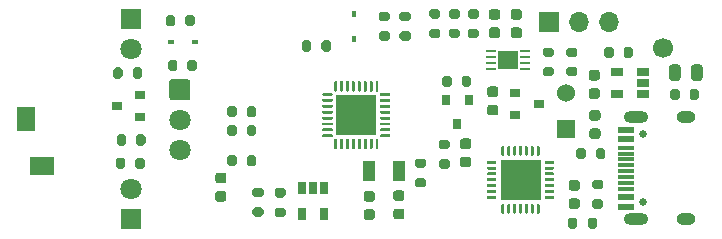
<source format=gbs>
G04 #@! TF.GenerationSoftware,KiCad,Pcbnew,(5.1.10-1-10_14)*
G04 #@! TF.CreationDate,2021-11-14T21:27:09+03:00*
G04 #@! TF.ProjectId,IR_iButton,49525f69-4275-4747-946f-6e2e6b696361,rev?*
G04 #@! TF.SameCoordinates,Original*
G04 #@! TF.FileFunction,Soldermask,Bot*
G04 #@! TF.FilePolarity,Negative*
%FSLAX46Y46*%
G04 Gerber Fmt 4.6, Leading zero omitted, Abs format (unit mm)*
G04 Created by KiCad (PCBNEW (5.1.10-1-10_14)) date 2021-11-14 21:27:09*
%MOMM*%
%LPD*%
G01*
G04 APERTURE LIST*
%ADD10R,0.800000X0.900000*%
%ADD11R,1.000000X1.800000*%
%ADD12R,3.450000X3.450000*%
%ADD13R,3.350000X3.350000*%
%ADD14R,0.900000X0.800000*%
%ADD15R,0.650000X1.060000*%
%ADD16R,1.800000X1.650000*%
%ADD17O,0.850000X0.250000*%
%ADD18R,1.060000X0.650000*%
%ADD19R,0.450000X0.600000*%
%ADD20C,1.524000*%
%ADD21R,1.524000X1.524000*%
%ADD22C,1.700000*%
%ADD23R,1.450000X0.600000*%
%ADD24R,1.450000X0.300000*%
%ADD25O,2.100000X1.000000*%
%ADD26C,0.650000*%
%ADD27O,1.600000X1.000000*%
%ADD28R,0.600000X0.450000*%
%ADD29O,1.700000X1.700000*%
%ADD30R,1.700000X1.700000*%
%ADD31R,1.524000X2.000000*%
%ADD32R,2.000000X1.524000*%
%ADD33C,1.800000*%
%ADD34R,1.800000X1.800000*%
G04 APERTURE END LIST*
D10*
X209500000Y-111450000D03*
X210450000Y-109450000D03*
X208550000Y-109450000D03*
G36*
G01*
X209025000Y-107575000D02*
X209025000Y-108125000D01*
G75*
G02*
X208825000Y-108325000I-200000J0D01*
G01*
X208425000Y-108325000D01*
G75*
G02*
X208225000Y-108125000I0J200000D01*
G01*
X208225000Y-107575000D01*
G75*
G02*
X208425000Y-107375000I200000J0D01*
G01*
X208825000Y-107375000D01*
G75*
G02*
X209025000Y-107575000I0J-200000D01*
G01*
G37*
G36*
G01*
X210675000Y-107575000D02*
X210675000Y-108125000D01*
G75*
G02*
X210475000Y-108325000I-200000J0D01*
G01*
X210075000Y-108325000D01*
G75*
G02*
X209875000Y-108125000I0J200000D01*
G01*
X209875000Y-107575000D01*
G75*
G02*
X210075000Y-107375000I200000J0D01*
G01*
X210475000Y-107375000D01*
G75*
G02*
X210675000Y-107575000I0J-200000D01*
G01*
G37*
G36*
G01*
X189725000Y-116475000D02*
X189225000Y-116475000D01*
G75*
G02*
X189000000Y-116250000I0J225000D01*
G01*
X189000000Y-115800000D01*
G75*
G02*
X189225000Y-115575000I225000J0D01*
G01*
X189725000Y-115575000D01*
G75*
G02*
X189950000Y-115800000I0J-225000D01*
G01*
X189950000Y-116250000D01*
G75*
G02*
X189725000Y-116475000I-225000J0D01*
G01*
G37*
G36*
G01*
X189725000Y-118025000D02*
X189225000Y-118025000D01*
G75*
G02*
X189000000Y-117800000I0J225000D01*
G01*
X189000000Y-117350000D01*
G75*
G02*
X189225000Y-117125000I225000J0D01*
G01*
X189725000Y-117125000D01*
G75*
G02*
X189950000Y-117350000I0J-225000D01*
G01*
X189950000Y-117800000D01*
G75*
G02*
X189725000Y-118025000I-225000J0D01*
G01*
G37*
D11*
X202050000Y-115400000D03*
X204550000Y-115400000D03*
G36*
G01*
X201800000Y-118675000D02*
X202300000Y-118675000D01*
G75*
G02*
X202525000Y-118900000I0J-225000D01*
G01*
X202525000Y-119350000D01*
G75*
G02*
X202300000Y-119575000I-225000J0D01*
G01*
X201800000Y-119575000D01*
G75*
G02*
X201575000Y-119350000I0J225000D01*
G01*
X201575000Y-118900000D01*
G75*
G02*
X201800000Y-118675000I225000J0D01*
G01*
G37*
G36*
G01*
X201800000Y-117125000D02*
X202300000Y-117125000D01*
G75*
G02*
X202525000Y-117350000I0J-225000D01*
G01*
X202525000Y-117800000D01*
G75*
G02*
X202300000Y-118025000I-225000J0D01*
G01*
X201800000Y-118025000D01*
G75*
G02*
X201575000Y-117800000I0J225000D01*
G01*
X201575000Y-117350000D01*
G75*
G02*
X201800000Y-117125000I225000J0D01*
G01*
G37*
G36*
G01*
X204300000Y-118625000D02*
X204800000Y-118625000D01*
G75*
G02*
X205025000Y-118850000I0J-225000D01*
G01*
X205025000Y-119300000D01*
G75*
G02*
X204800000Y-119525000I-225000J0D01*
G01*
X204300000Y-119525000D01*
G75*
G02*
X204075000Y-119300000I0J225000D01*
G01*
X204075000Y-118850000D01*
G75*
G02*
X204300000Y-118625000I225000J0D01*
G01*
G37*
G36*
G01*
X204300000Y-117075000D02*
X204800000Y-117075000D01*
G75*
G02*
X205025000Y-117300000I0J-225000D01*
G01*
X205025000Y-117750000D01*
G75*
G02*
X204800000Y-117975000I-225000J0D01*
G01*
X204300000Y-117975000D01*
G75*
G02*
X204075000Y-117750000I0J225000D01*
G01*
X204075000Y-117300000D01*
G75*
G02*
X204300000Y-117075000I225000J0D01*
G01*
G37*
G36*
G01*
X219650000Y-117100000D02*
X219150000Y-117100000D01*
G75*
G02*
X218925000Y-116875000I0J225000D01*
G01*
X218925000Y-116425000D01*
G75*
G02*
X219150000Y-116200000I225000J0D01*
G01*
X219650000Y-116200000D01*
G75*
G02*
X219875000Y-116425000I0J-225000D01*
G01*
X219875000Y-116875000D01*
G75*
G02*
X219650000Y-117100000I-225000J0D01*
G01*
G37*
G36*
G01*
X219650000Y-118650000D02*
X219150000Y-118650000D01*
G75*
G02*
X218925000Y-118425000I0J225000D01*
G01*
X218925000Y-117975000D01*
G75*
G02*
X219150000Y-117750000I225000J0D01*
G01*
X219650000Y-117750000D01*
G75*
G02*
X219875000Y-117975000I0J-225000D01*
G01*
X219875000Y-118425000D01*
G75*
G02*
X219650000Y-118650000I-225000J0D01*
G01*
G37*
D12*
X200950000Y-110700000D03*
G36*
G01*
X203762500Y-112575000D02*
X203012500Y-112575000D01*
G75*
G02*
X202950000Y-112512500I0J62500D01*
G01*
X202950000Y-112387500D01*
G75*
G02*
X203012500Y-112325000I62500J0D01*
G01*
X203762500Y-112325000D01*
G75*
G02*
X203825000Y-112387500I0J-62500D01*
G01*
X203825000Y-112512500D01*
G75*
G02*
X203762500Y-112575000I-62500J0D01*
G01*
G37*
G36*
G01*
X203762500Y-112075000D02*
X203012500Y-112075000D01*
G75*
G02*
X202950000Y-112012500I0J62500D01*
G01*
X202950000Y-111887500D01*
G75*
G02*
X203012500Y-111825000I62500J0D01*
G01*
X203762500Y-111825000D01*
G75*
G02*
X203825000Y-111887500I0J-62500D01*
G01*
X203825000Y-112012500D01*
G75*
G02*
X203762500Y-112075000I-62500J0D01*
G01*
G37*
G36*
G01*
X203762500Y-111575000D02*
X203012500Y-111575000D01*
G75*
G02*
X202950000Y-111512500I0J62500D01*
G01*
X202950000Y-111387500D01*
G75*
G02*
X203012500Y-111325000I62500J0D01*
G01*
X203762500Y-111325000D01*
G75*
G02*
X203825000Y-111387500I0J-62500D01*
G01*
X203825000Y-111512500D01*
G75*
G02*
X203762500Y-111575000I-62500J0D01*
G01*
G37*
G36*
G01*
X203762500Y-111075000D02*
X203012500Y-111075000D01*
G75*
G02*
X202950000Y-111012500I0J62500D01*
G01*
X202950000Y-110887500D01*
G75*
G02*
X203012500Y-110825000I62500J0D01*
G01*
X203762500Y-110825000D01*
G75*
G02*
X203825000Y-110887500I0J-62500D01*
G01*
X203825000Y-111012500D01*
G75*
G02*
X203762500Y-111075000I-62500J0D01*
G01*
G37*
G36*
G01*
X203762500Y-110575000D02*
X203012500Y-110575000D01*
G75*
G02*
X202950000Y-110512500I0J62500D01*
G01*
X202950000Y-110387500D01*
G75*
G02*
X203012500Y-110325000I62500J0D01*
G01*
X203762500Y-110325000D01*
G75*
G02*
X203825000Y-110387500I0J-62500D01*
G01*
X203825000Y-110512500D01*
G75*
G02*
X203762500Y-110575000I-62500J0D01*
G01*
G37*
G36*
G01*
X203762500Y-110075000D02*
X203012500Y-110075000D01*
G75*
G02*
X202950000Y-110012500I0J62500D01*
G01*
X202950000Y-109887500D01*
G75*
G02*
X203012500Y-109825000I62500J0D01*
G01*
X203762500Y-109825000D01*
G75*
G02*
X203825000Y-109887500I0J-62500D01*
G01*
X203825000Y-110012500D01*
G75*
G02*
X203762500Y-110075000I-62500J0D01*
G01*
G37*
G36*
G01*
X203762500Y-109575000D02*
X203012500Y-109575000D01*
G75*
G02*
X202950000Y-109512500I0J62500D01*
G01*
X202950000Y-109387500D01*
G75*
G02*
X203012500Y-109325000I62500J0D01*
G01*
X203762500Y-109325000D01*
G75*
G02*
X203825000Y-109387500I0J-62500D01*
G01*
X203825000Y-109512500D01*
G75*
G02*
X203762500Y-109575000I-62500J0D01*
G01*
G37*
G36*
G01*
X203762500Y-109075000D02*
X203012500Y-109075000D01*
G75*
G02*
X202950000Y-109012500I0J62500D01*
G01*
X202950000Y-108887500D01*
G75*
G02*
X203012500Y-108825000I62500J0D01*
G01*
X203762500Y-108825000D01*
G75*
G02*
X203825000Y-108887500I0J-62500D01*
G01*
X203825000Y-109012500D01*
G75*
G02*
X203762500Y-109075000I-62500J0D01*
G01*
G37*
G36*
G01*
X202762500Y-108700000D02*
X202637500Y-108700000D01*
G75*
G02*
X202575000Y-108637500I0J62500D01*
G01*
X202575000Y-107887500D01*
G75*
G02*
X202637500Y-107825000I62500J0D01*
G01*
X202762500Y-107825000D01*
G75*
G02*
X202825000Y-107887500I0J-62500D01*
G01*
X202825000Y-108637500D01*
G75*
G02*
X202762500Y-108700000I-62500J0D01*
G01*
G37*
G36*
G01*
X202262500Y-108700000D02*
X202137500Y-108700000D01*
G75*
G02*
X202075000Y-108637500I0J62500D01*
G01*
X202075000Y-107887500D01*
G75*
G02*
X202137500Y-107825000I62500J0D01*
G01*
X202262500Y-107825000D01*
G75*
G02*
X202325000Y-107887500I0J-62500D01*
G01*
X202325000Y-108637500D01*
G75*
G02*
X202262500Y-108700000I-62500J0D01*
G01*
G37*
G36*
G01*
X201762500Y-108700000D02*
X201637500Y-108700000D01*
G75*
G02*
X201575000Y-108637500I0J62500D01*
G01*
X201575000Y-107887500D01*
G75*
G02*
X201637500Y-107825000I62500J0D01*
G01*
X201762500Y-107825000D01*
G75*
G02*
X201825000Y-107887500I0J-62500D01*
G01*
X201825000Y-108637500D01*
G75*
G02*
X201762500Y-108700000I-62500J0D01*
G01*
G37*
G36*
G01*
X201262500Y-108700000D02*
X201137500Y-108700000D01*
G75*
G02*
X201075000Y-108637500I0J62500D01*
G01*
X201075000Y-107887500D01*
G75*
G02*
X201137500Y-107825000I62500J0D01*
G01*
X201262500Y-107825000D01*
G75*
G02*
X201325000Y-107887500I0J-62500D01*
G01*
X201325000Y-108637500D01*
G75*
G02*
X201262500Y-108700000I-62500J0D01*
G01*
G37*
G36*
G01*
X200762500Y-108700000D02*
X200637500Y-108700000D01*
G75*
G02*
X200575000Y-108637500I0J62500D01*
G01*
X200575000Y-107887500D01*
G75*
G02*
X200637500Y-107825000I62500J0D01*
G01*
X200762500Y-107825000D01*
G75*
G02*
X200825000Y-107887500I0J-62500D01*
G01*
X200825000Y-108637500D01*
G75*
G02*
X200762500Y-108700000I-62500J0D01*
G01*
G37*
G36*
G01*
X200262500Y-108700000D02*
X200137500Y-108700000D01*
G75*
G02*
X200075000Y-108637500I0J62500D01*
G01*
X200075000Y-107887500D01*
G75*
G02*
X200137500Y-107825000I62500J0D01*
G01*
X200262500Y-107825000D01*
G75*
G02*
X200325000Y-107887500I0J-62500D01*
G01*
X200325000Y-108637500D01*
G75*
G02*
X200262500Y-108700000I-62500J0D01*
G01*
G37*
G36*
G01*
X199762500Y-108700000D02*
X199637500Y-108700000D01*
G75*
G02*
X199575000Y-108637500I0J62500D01*
G01*
X199575000Y-107887500D01*
G75*
G02*
X199637500Y-107825000I62500J0D01*
G01*
X199762500Y-107825000D01*
G75*
G02*
X199825000Y-107887500I0J-62500D01*
G01*
X199825000Y-108637500D01*
G75*
G02*
X199762500Y-108700000I-62500J0D01*
G01*
G37*
G36*
G01*
X199262500Y-108700000D02*
X199137500Y-108700000D01*
G75*
G02*
X199075000Y-108637500I0J62500D01*
G01*
X199075000Y-107887500D01*
G75*
G02*
X199137500Y-107825000I62500J0D01*
G01*
X199262500Y-107825000D01*
G75*
G02*
X199325000Y-107887500I0J-62500D01*
G01*
X199325000Y-108637500D01*
G75*
G02*
X199262500Y-108700000I-62500J0D01*
G01*
G37*
G36*
G01*
X198887500Y-109075000D02*
X198137500Y-109075000D01*
G75*
G02*
X198075000Y-109012500I0J62500D01*
G01*
X198075000Y-108887500D01*
G75*
G02*
X198137500Y-108825000I62500J0D01*
G01*
X198887500Y-108825000D01*
G75*
G02*
X198950000Y-108887500I0J-62500D01*
G01*
X198950000Y-109012500D01*
G75*
G02*
X198887500Y-109075000I-62500J0D01*
G01*
G37*
G36*
G01*
X198887500Y-109575000D02*
X198137500Y-109575000D01*
G75*
G02*
X198075000Y-109512500I0J62500D01*
G01*
X198075000Y-109387500D01*
G75*
G02*
X198137500Y-109325000I62500J0D01*
G01*
X198887500Y-109325000D01*
G75*
G02*
X198950000Y-109387500I0J-62500D01*
G01*
X198950000Y-109512500D01*
G75*
G02*
X198887500Y-109575000I-62500J0D01*
G01*
G37*
G36*
G01*
X198887500Y-110075000D02*
X198137500Y-110075000D01*
G75*
G02*
X198075000Y-110012500I0J62500D01*
G01*
X198075000Y-109887500D01*
G75*
G02*
X198137500Y-109825000I62500J0D01*
G01*
X198887500Y-109825000D01*
G75*
G02*
X198950000Y-109887500I0J-62500D01*
G01*
X198950000Y-110012500D01*
G75*
G02*
X198887500Y-110075000I-62500J0D01*
G01*
G37*
G36*
G01*
X198887500Y-110575000D02*
X198137500Y-110575000D01*
G75*
G02*
X198075000Y-110512500I0J62500D01*
G01*
X198075000Y-110387500D01*
G75*
G02*
X198137500Y-110325000I62500J0D01*
G01*
X198887500Y-110325000D01*
G75*
G02*
X198950000Y-110387500I0J-62500D01*
G01*
X198950000Y-110512500D01*
G75*
G02*
X198887500Y-110575000I-62500J0D01*
G01*
G37*
G36*
G01*
X198887500Y-111075000D02*
X198137500Y-111075000D01*
G75*
G02*
X198075000Y-111012500I0J62500D01*
G01*
X198075000Y-110887500D01*
G75*
G02*
X198137500Y-110825000I62500J0D01*
G01*
X198887500Y-110825000D01*
G75*
G02*
X198950000Y-110887500I0J-62500D01*
G01*
X198950000Y-111012500D01*
G75*
G02*
X198887500Y-111075000I-62500J0D01*
G01*
G37*
G36*
G01*
X198887500Y-111575000D02*
X198137500Y-111575000D01*
G75*
G02*
X198075000Y-111512500I0J62500D01*
G01*
X198075000Y-111387500D01*
G75*
G02*
X198137500Y-111325000I62500J0D01*
G01*
X198887500Y-111325000D01*
G75*
G02*
X198950000Y-111387500I0J-62500D01*
G01*
X198950000Y-111512500D01*
G75*
G02*
X198887500Y-111575000I-62500J0D01*
G01*
G37*
G36*
G01*
X198887500Y-112075000D02*
X198137500Y-112075000D01*
G75*
G02*
X198075000Y-112012500I0J62500D01*
G01*
X198075000Y-111887500D01*
G75*
G02*
X198137500Y-111825000I62500J0D01*
G01*
X198887500Y-111825000D01*
G75*
G02*
X198950000Y-111887500I0J-62500D01*
G01*
X198950000Y-112012500D01*
G75*
G02*
X198887500Y-112075000I-62500J0D01*
G01*
G37*
G36*
G01*
X198887500Y-112575000D02*
X198137500Y-112575000D01*
G75*
G02*
X198075000Y-112512500I0J62500D01*
G01*
X198075000Y-112387500D01*
G75*
G02*
X198137500Y-112325000I62500J0D01*
G01*
X198887500Y-112325000D01*
G75*
G02*
X198950000Y-112387500I0J-62500D01*
G01*
X198950000Y-112512500D01*
G75*
G02*
X198887500Y-112575000I-62500J0D01*
G01*
G37*
G36*
G01*
X199262500Y-113575000D02*
X199137500Y-113575000D01*
G75*
G02*
X199075000Y-113512500I0J62500D01*
G01*
X199075000Y-112762500D01*
G75*
G02*
X199137500Y-112700000I62500J0D01*
G01*
X199262500Y-112700000D01*
G75*
G02*
X199325000Y-112762500I0J-62500D01*
G01*
X199325000Y-113512500D01*
G75*
G02*
X199262500Y-113575000I-62500J0D01*
G01*
G37*
G36*
G01*
X199762500Y-113575000D02*
X199637500Y-113575000D01*
G75*
G02*
X199575000Y-113512500I0J62500D01*
G01*
X199575000Y-112762500D01*
G75*
G02*
X199637500Y-112700000I62500J0D01*
G01*
X199762500Y-112700000D01*
G75*
G02*
X199825000Y-112762500I0J-62500D01*
G01*
X199825000Y-113512500D01*
G75*
G02*
X199762500Y-113575000I-62500J0D01*
G01*
G37*
G36*
G01*
X200262500Y-113575000D02*
X200137500Y-113575000D01*
G75*
G02*
X200075000Y-113512500I0J62500D01*
G01*
X200075000Y-112762500D01*
G75*
G02*
X200137500Y-112700000I62500J0D01*
G01*
X200262500Y-112700000D01*
G75*
G02*
X200325000Y-112762500I0J-62500D01*
G01*
X200325000Y-113512500D01*
G75*
G02*
X200262500Y-113575000I-62500J0D01*
G01*
G37*
G36*
G01*
X200762500Y-113575000D02*
X200637500Y-113575000D01*
G75*
G02*
X200575000Y-113512500I0J62500D01*
G01*
X200575000Y-112762500D01*
G75*
G02*
X200637500Y-112700000I62500J0D01*
G01*
X200762500Y-112700000D01*
G75*
G02*
X200825000Y-112762500I0J-62500D01*
G01*
X200825000Y-113512500D01*
G75*
G02*
X200762500Y-113575000I-62500J0D01*
G01*
G37*
G36*
G01*
X201262500Y-113575000D02*
X201137500Y-113575000D01*
G75*
G02*
X201075000Y-113512500I0J62500D01*
G01*
X201075000Y-112762500D01*
G75*
G02*
X201137500Y-112700000I62500J0D01*
G01*
X201262500Y-112700000D01*
G75*
G02*
X201325000Y-112762500I0J-62500D01*
G01*
X201325000Y-113512500D01*
G75*
G02*
X201262500Y-113575000I-62500J0D01*
G01*
G37*
G36*
G01*
X201762500Y-113575000D02*
X201637500Y-113575000D01*
G75*
G02*
X201575000Y-113512500I0J62500D01*
G01*
X201575000Y-112762500D01*
G75*
G02*
X201637500Y-112700000I62500J0D01*
G01*
X201762500Y-112700000D01*
G75*
G02*
X201825000Y-112762500I0J-62500D01*
G01*
X201825000Y-113512500D01*
G75*
G02*
X201762500Y-113575000I-62500J0D01*
G01*
G37*
G36*
G01*
X202262500Y-113575000D02*
X202137500Y-113575000D01*
G75*
G02*
X202075000Y-113512500I0J62500D01*
G01*
X202075000Y-112762500D01*
G75*
G02*
X202137500Y-112700000I62500J0D01*
G01*
X202262500Y-112700000D01*
G75*
G02*
X202325000Y-112762500I0J-62500D01*
G01*
X202325000Y-113512500D01*
G75*
G02*
X202262500Y-113575000I-62500J0D01*
G01*
G37*
G36*
G01*
X202762500Y-113575000D02*
X202637500Y-113575000D01*
G75*
G02*
X202575000Y-113512500I0J62500D01*
G01*
X202575000Y-112762500D01*
G75*
G02*
X202637500Y-112700000I62500J0D01*
G01*
X202762500Y-112700000D01*
G75*
G02*
X202825000Y-112762500I0J-62500D01*
G01*
X202825000Y-113512500D01*
G75*
G02*
X202762500Y-113575000I-62500J0D01*
G01*
G37*
D13*
X214850000Y-116180000D03*
G36*
G01*
X216475000Y-113392500D02*
X216475000Y-114067500D01*
G75*
G02*
X216412500Y-114130000I-62500J0D01*
G01*
X216287500Y-114130000D01*
G75*
G02*
X216225000Y-114067500I0J62500D01*
G01*
X216225000Y-113392500D01*
G75*
G02*
X216287500Y-113330000I62500J0D01*
G01*
X216412500Y-113330000D01*
G75*
G02*
X216475000Y-113392500I0J-62500D01*
G01*
G37*
G36*
G01*
X215975000Y-113392500D02*
X215975000Y-114067500D01*
G75*
G02*
X215912500Y-114130000I-62500J0D01*
G01*
X215787500Y-114130000D01*
G75*
G02*
X215725000Y-114067500I0J62500D01*
G01*
X215725000Y-113392500D01*
G75*
G02*
X215787500Y-113330000I62500J0D01*
G01*
X215912500Y-113330000D01*
G75*
G02*
X215975000Y-113392500I0J-62500D01*
G01*
G37*
G36*
G01*
X215475000Y-113392500D02*
X215475000Y-114067500D01*
G75*
G02*
X215412500Y-114130000I-62500J0D01*
G01*
X215287500Y-114130000D01*
G75*
G02*
X215225000Y-114067500I0J62500D01*
G01*
X215225000Y-113392500D01*
G75*
G02*
X215287500Y-113330000I62500J0D01*
G01*
X215412500Y-113330000D01*
G75*
G02*
X215475000Y-113392500I0J-62500D01*
G01*
G37*
G36*
G01*
X214975000Y-113392500D02*
X214975000Y-114067500D01*
G75*
G02*
X214912500Y-114130000I-62500J0D01*
G01*
X214787500Y-114130000D01*
G75*
G02*
X214725000Y-114067500I0J62500D01*
G01*
X214725000Y-113392500D01*
G75*
G02*
X214787500Y-113330000I62500J0D01*
G01*
X214912500Y-113330000D01*
G75*
G02*
X214975000Y-113392500I0J-62500D01*
G01*
G37*
G36*
G01*
X214475000Y-113392500D02*
X214475000Y-114067500D01*
G75*
G02*
X214412500Y-114130000I-62500J0D01*
G01*
X214287500Y-114130000D01*
G75*
G02*
X214225000Y-114067500I0J62500D01*
G01*
X214225000Y-113392500D01*
G75*
G02*
X214287500Y-113330000I62500J0D01*
G01*
X214412500Y-113330000D01*
G75*
G02*
X214475000Y-113392500I0J-62500D01*
G01*
G37*
G36*
G01*
X213975000Y-113392500D02*
X213975000Y-114067500D01*
G75*
G02*
X213912500Y-114130000I-62500J0D01*
G01*
X213787500Y-114130000D01*
G75*
G02*
X213725000Y-114067500I0J62500D01*
G01*
X213725000Y-113392500D01*
G75*
G02*
X213787500Y-113330000I62500J0D01*
G01*
X213912500Y-113330000D01*
G75*
G02*
X213975000Y-113392500I0J-62500D01*
G01*
G37*
G36*
G01*
X213475000Y-113392500D02*
X213475000Y-114067500D01*
G75*
G02*
X213412500Y-114130000I-62500J0D01*
G01*
X213287500Y-114130000D01*
G75*
G02*
X213225000Y-114067500I0J62500D01*
G01*
X213225000Y-113392500D01*
G75*
G02*
X213287500Y-113330000I62500J0D01*
G01*
X213412500Y-113330000D01*
G75*
G02*
X213475000Y-113392500I0J-62500D01*
G01*
G37*
G36*
G01*
X212800000Y-114617500D02*
X212800000Y-114742500D01*
G75*
G02*
X212737500Y-114805000I-62500J0D01*
G01*
X212062500Y-114805000D01*
G75*
G02*
X212000000Y-114742500I0J62500D01*
G01*
X212000000Y-114617500D01*
G75*
G02*
X212062500Y-114555000I62500J0D01*
G01*
X212737500Y-114555000D01*
G75*
G02*
X212800000Y-114617500I0J-62500D01*
G01*
G37*
G36*
G01*
X212800000Y-115117500D02*
X212800000Y-115242500D01*
G75*
G02*
X212737500Y-115305000I-62500J0D01*
G01*
X212062500Y-115305000D01*
G75*
G02*
X212000000Y-115242500I0J62500D01*
G01*
X212000000Y-115117500D01*
G75*
G02*
X212062500Y-115055000I62500J0D01*
G01*
X212737500Y-115055000D01*
G75*
G02*
X212800000Y-115117500I0J-62500D01*
G01*
G37*
G36*
G01*
X212800000Y-115617500D02*
X212800000Y-115742500D01*
G75*
G02*
X212737500Y-115805000I-62500J0D01*
G01*
X212062500Y-115805000D01*
G75*
G02*
X212000000Y-115742500I0J62500D01*
G01*
X212000000Y-115617500D01*
G75*
G02*
X212062500Y-115555000I62500J0D01*
G01*
X212737500Y-115555000D01*
G75*
G02*
X212800000Y-115617500I0J-62500D01*
G01*
G37*
G36*
G01*
X212800000Y-116117500D02*
X212800000Y-116242500D01*
G75*
G02*
X212737500Y-116305000I-62500J0D01*
G01*
X212062500Y-116305000D01*
G75*
G02*
X212000000Y-116242500I0J62500D01*
G01*
X212000000Y-116117500D01*
G75*
G02*
X212062500Y-116055000I62500J0D01*
G01*
X212737500Y-116055000D01*
G75*
G02*
X212800000Y-116117500I0J-62500D01*
G01*
G37*
G36*
G01*
X212800000Y-116617500D02*
X212800000Y-116742500D01*
G75*
G02*
X212737500Y-116805000I-62500J0D01*
G01*
X212062500Y-116805000D01*
G75*
G02*
X212000000Y-116742500I0J62500D01*
G01*
X212000000Y-116617500D01*
G75*
G02*
X212062500Y-116555000I62500J0D01*
G01*
X212737500Y-116555000D01*
G75*
G02*
X212800000Y-116617500I0J-62500D01*
G01*
G37*
G36*
G01*
X212800000Y-117117500D02*
X212800000Y-117242500D01*
G75*
G02*
X212737500Y-117305000I-62500J0D01*
G01*
X212062500Y-117305000D01*
G75*
G02*
X212000000Y-117242500I0J62500D01*
G01*
X212000000Y-117117500D01*
G75*
G02*
X212062500Y-117055000I62500J0D01*
G01*
X212737500Y-117055000D01*
G75*
G02*
X212800000Y-117117500I0J-62500D01*
G01*
G37*
G36*
G01*
X212800000Y-117617500D02*
X212800000Y-117742500D01*
G75*
G02*
X212737500Y-117805000I-62500J0D01*
G01*
X212062500Y-117805000D01*
G75*
G02*
X212000000Y-117742500I0J62500D01*
G01*
X212000000Y-117617500D01*
G75*
G02*
X212062500Y-117555000I62500J0D01*
G01*
X212737500Y-117555000D01*
G75*
G02*
X212800000Y-117617500I0J-62500D01*
G01*
G37*
G36*
G01*
X213475000Y-118292500D02*
X213475000Y-118967500D01*
G75*
G02*
X213412500Y-119030000I-62500J0D01*
G01*
X213287500Y-119030000D01*
G75*
G02*
X213225000Y-118967500I0J62500D01*
G01*
X213225000Y-118292500D01*
G75*
G02*
X213287500Y-118230000I62500J0D01*
G01*
X213412500Y-118230000D01*
G75*
G02*
X213475000Y-118292500I0J-62500D01*
G01*
G37*
G36*
G01*
X213975000Y-118292500D02*
X213975000Y-118967500D01*
G75*
G02*
X213912500Y-119030000I-62500J0D01*
G01*
X213787500Y-119030000D01*
G75*
G02*
X213725000Y-118967500I0J62500D01*
G01*
X213725000Y-118292500D01*
G75*
G02*
X213787500Y-118230000I62500J0D01*
G01*
X213912500Y-118230000D01*
G75*
G02*
X213975000Y-118292500I0J-62500D01*
G01*
G37*
G36*
G01*
X214475000Y-118292500D02*
X214475000Y-118967500D01*
G75*
G02*
X214412500Y-119030000I-62500J0D01*
G01*
X214287500Y-119030000D01*
G75*
G02*
X214225000Y-118967500I0J62500D01*
G01*
X214225000Y-118292500D01*
G75*
G02*
X214287500Y-118230000I62500J0D01*
G01*
X214412500Y-118230000D01*
G75*
G02*
X214475000Y-118292500I0J-62500D01*
G01*
G37*
G36*
G01*
X214975000Y-118292500D02*
X214975000Y-118967500D01*
G75*
G02*
X214912500Y-119030000I-62500J0D01*
G01*
X214787500Y-119030000D01*
G75*
G02*
X214725000Y-118967500I0J62500D01*
G01*
X214725000Y-118292500D01*
G75*
G02*
X214787500Y-118230000I62500J0D01*
G01*
X214912500Y-118230000D01*
G75*
G02*
X214975000Y-118292500I0J-62500D01*
G01*
G37*
G36*
G01*
X215475000Y-118292500D02*
X215475000Y-118967500D01*
G75*
G02*
X215412500Y-119030000I-62500J0D01*
G01*
X215287500Y-119030000D01*
G75*
G02*
X215225000Y-118967500I0J62500D01*
G01*
X215225000Y-118292500D01*
G75*
G02*
X215287500Y-118230000I62500J0D01*
G01*
X215412500Y-118230000D01*
G75*
G02*
X215475000Y-118292500I0J-62500D01*
G01*
G37*
G36*
G01*
X215975000Y-118292500D02*
X215975000Y-118967500D01*
G75*
G02*
X215912500Y-119030000I-62500J0D01*
G01*
X215787500Y-119030000D01*
G75*
G02*
X215725000Y-118967500I0J62500D01*
G01*
X215725000Y-118292500D01*
G75*
G02*
X215787500Y-118230000I62500J0D01*
G01*
X215912500Y-118230000D01*
G75*
G02*
X215975000Y-118292500I0J-62500D01*
G01*
G37*
G36*
G01*
X216475000Y-118292500D02*
X216475000Y-118967500D01*
G75*
G02*
X216412500Y-119030000I-62500J0D01*
G01*
X216287500Y-119030000D01*
G75*
G02*
X216225000Y-118967500I0J62500D01*
G01*
X216225000Y-118292500D01*
G75*
G02*
X216287500Y-118230000I62500J0D01*
G01*
X216412500Y-118230000D01*
G75*
G02*
X216475000Y-118292500I0J-62500D01*
G01*
G37*
G36*
G01*
X217700000Y-117617500D02*
X217700000Y-117742500D01*
G75*
G02*
X217637500Y-117805000I-62500J0D01*
G01*
X216962500Y-117805000D01*
G75*
G02*
X216900000Y-117742500I0J62500D01*
G01*
X216900000Y-117617500D01*
G75*
G02*
X216962500Y-117555000I62500J0D01*
G01*
X217637500Y-117555000D01*
G75*
G02*
X217700000Y-117617500I0J-62500D01*
G01*
G37*
G36*
G01*
X217700000Y-117117500D02*
X217700000Y-117242500D01*
G75*
G02*
X217637500Y-117305000I-62500J0D01*
G01*
X216962500Y-117305000D01*
G75*
G02*
X216900000Y-117242500I0J62500D01*
G01*
X216900000Y-117117500D01*
G75*
G02*
X216962500Y-117055000I62500J0D01*
G01*
X217637500Y-117055000D01*
G75*
G02*
X217700000Y-117117500I0J-62500D01*
G01*
G37*
G36*
G01*
X217700000Y-116617500D02*
X217700000Y-116742500D01*
G75*
G02*
X217637500Y-116805000I-62500J0D01*
G01*
X216962500Y-116805000D01*
G75*
G02*
X216900000Y-116742500I0J62500D01*
G01*
X216900000Y-116617500D01*
G75*
G02*
X216962500Y-116555000I62500J0D01*
G01*
X217637500Y-116555000D01*
G75*
G02*
X217700000Y-116617500I0J-62500D01*
G01*
G37*
G36*
G01*
X217700000Y-116117500D02*
X217700000Y-116242500D01*
G75*
G02*
X217637500Y-116305000I-62500J0D01*
G01*
X216962500Y-116305000D01*
G75*
G02*
X216900000Y-116242500I0J62500D01*
G01*
X216900000Y-116117500D01*
G75*
G02*
X216962500Y-116055000I62500J0D01*
G01*
X217637500Y-116055000D01*
G75*
G02*
X217700000Y-116117500I0J-62500D01*
G01*
G37*
G36*
G01*
X217700000Y-115617500D02*
X217700000Y-115742500D01*
G75*
G02*
X217637500Y-115805000I-62500J0D01*
G01*
X216962500Y-115805000D01*
G75*
G02*
X216900000Y-115742500I0J62500D01*
G01*
X216900000Y-115617500D01*
G75*
G02*
X216962500Y-115555000I62500J0D01*
G01*
X217637500Y-115555000D01*
G75*
G02*
X217700000Y-115617500I0J-62500D01*
G01*
G37*
G36*
G01*
X217700000Y-115117500D02*
X217700000Y-115242500D01*
G75*
G02*
X217637500Y-115305000I-62500J0D01*
G01*
X216962500Y-115305000D01*
G75*
G02*
X216900000Y-115242500I0J62500D01*
G01*
X216900000Y-115117500D01*
G75*
G02*
X216962500Y-115055000I62500J0D01*
G01*
X217637500Y-115055000D01*
G75*
G02*
X217700000Y-115117500I0J-62500D01*
G01*
G37*
G36*
G01*
X217700000Y-114617500D02*
X217700000Y-114742500D01*
G75*
G02*
X217637500Y-114805000I-62500J0D01*
G01*
X216962500Y-114805000D01*
G75*
G02*
X216900000Y-114742500I0J62500D01*
G01*
X216900000Y-114617500D01*
G75*
G02*
X216962500Y-114555000I62500J0D01*
G01*
X217637500Y-114555000D01*
G75*
G02*
X217700000Y-114617500I0J-62500D01*
G01*
G37*
D14*
X216400000Y-109750000D03*
X214400000Y-108800000D03*
X214400000Y-110700000D03*
D15*
X196325000Y-119075000D03*
X198225000Y-119075000D03*
X198225000Y-116875000D03*
X197275000Y-116875000D03*
X196325000Y-116875000D03*
D16*
X213800000Y-106050000D03*
D17*
X212350000Y-106800000D03*
X212350000Y-106300000D03*
X212350000Y-105800000D03*
X212350000Y-105300000D03*
X215250000Y-106800000D03*
X215250000Y-106300000D03*
X215250000Y-105800000D03*
X215250000Y-105300000D03*
D18*
X223050000Y-107050000D03*
X223050000Y-108950000D03*
X225250000Y-108950000D03*
X225250000Y-108000000D03*
X225250000Y-107050000D03*
G36*
G01*
X203050000Y-103600000D02*
X203600000Y-103600000D01*
G75*
G02*
X203800000Y-103800000I0J-200000D01*
G01*
X203800000Y-104200000D01*
G75*
G02*
X203600000Y-104400000I-200000J0D01*
G01*
X203050000Y-104400000D01*
G75*
G02*
X202850000Y-104200000I0J200000D01*
G01*
X202850000Y-103800000D01*
G75*
G02*
X203050000Y-103600000I200000J0D01*
G01*
G37*
G36*
G01*
X203050000Y-101950000D02*
X203600000Y-101950000D01*
G75*
G02*
X203800000Y-102150000I0J-200000D01*
G01*
X203800000Y-102550000D01*
G75*
G02*
X203600000Y-102750000I-200000J0D01*
G01*
X203050000Y-102750000D01*
G75*
G02*
X202850000Y-102550000I0J200000D01*
G01*
X202850000Y-102150000D01*
G75*
G02*
X203050000Y-101950000I200000J0D01*
G01*
G37*
G36*
G01*
X191675000Y-114825000D02*
X191675000Y-114275000D01*
G75*
G02*
X191875000Y-114075000I200000J0D01*
G01*
X192275000Y-114075000D01*
G75*
G02*
X192475000Y-114275000I0J-200000D01*
G01*
X192475000Y-114825000D01*
G75*
G02*
X192275000Y-115025000I-200000J0D01*
G01*
X191875000Y-115025000D01*
G75*
G02*
X191675000Y-114825000I0J200000D01*
G01*
G37*
G36*
G01*
X190025000Y-114825000D02*
X190025000Y-114275000D01*
G75*
G02*
X190225000Y-114075000I200000J0D01*
G01*
X190625000Y-114075000D01*
G75*
G02*
X190825000Y-114275000I0J-200000D01*
G01*
X190825000Y-114825000D01*
G75*
G02*
X190625000Y-115025000I-200000J0D01*
G01*
X190225000Y-115025000D01*
G75*
G02*
X190025000Y-114825000I0J200000D01*
G01*
G37*
G36*
G01*
X191675000Y-110675000D02*
X191675000Y-110125000D01*
G75*
G02*
X191875000Y-109925000I200000J0D01*
G01*
X192275000Y-109925000D01*
G75*
G02*
X192475000Y-110125000I0J-200000D01*
G01*
X192475000Y-110675000D01*
G75*
G02*
X192275000Y-110875000I-200000J0D01*
G01*
X191875000Y-110875000D01*
G75*
G02*
X191675000Y-110675000I0J200000D01*
G01*
G37*
G36*
G01*
X190025000Y-110675000D02*
X190025000Y-110125000D01*
G75*
G02*
X190225000Y-109925000I200000J0D01*
G01*
X190625000Y-109925000D01*
G75*
G02*
X190825000Y-110125000I0J-200000D01*
G01*
X190825000Y-110675000D01*
G75*
G02*
X190625000Y-110875000I-200000J0D01*
G01*
X190225000Y-110875000D01*
G75*
G02*
X190025000Y-110675000I0J200000D01*
G01*
G37*
G36*
G01*
X191675000Y-112275000D02*
X191675000Y-111725000D01*
G75*
G02*
X191875000Y-111525000I200000J0D01*
G01*
X192275000Y-111525000D01*
G75*
G02*
X192475000Y-111725000I0J-200000D01*
G01*
X192475000Y-112275000D01*
G75*
G02*
X192275000Y-112475000I-200000J0D01*
G01*
X191875000Y-112475000D01*
G75*
G02*
X191675000Y-112275000I0J200000D01*
G01*
G37*
G36*
G01*
X190025000Y-112275000D02*
X190025000Y-111725000D01*
G75*
G02*
X190225000Y-111525000I200000J0D01*
G01*
X190625000Y-111525000D01*
G75*
G02*
X190825000Y-111725000I0J-200000D01*
G01*
X190825000Y-112275000D01*
G75*
G02*
X190625000Y-112475000I-200000J0D01*
G01*
X190225000Y-112475000D01*
G75*
G02*
X190025000Y-112275000I0J200000D01*
G01*
G37*
G36*
G01*
X205350000Y-102750000D02*
X204800000Y-102750000D01*
G75*
G02*
X204600000Y-102550000I0J200000D01*
G01*
X204600000Y-102150000D01*
G75*
G02*
X204800000Y-101950000I200000J0D01*
G01*
X205350000Y-101950000D01*
G75*
G02*
X205550000Y-102150000I0J-200000D01*
G01*
X205550000Y-102550000D01*
G75*
G02*
X205350000Y-102750000I-200000J0D01*
G01*
G37*
G36*
G01*
X205350000Y-104400000D02*
X204800000Y-104400000D01*
G75*
G02*
X204600000Y-104200000I0J200000D01*
G01*
X204600000Y-103800000D01*
G75*
G02*
X204800000Y-103600000I200000J0D01*
G01*
X205350000Y-103600000D01*
G75*
G02*
X205550000Y-103800000I0J-200000D01*
G01*
X205550000Y-104200000D01*
G75*
G02*
X205350000Y-104400000I-200000J0D01*
G01*
G37*
G36*
G01*
X219675000Y-119575000D02*
X219675000Y-120125000D01*
G75*
G02*
X219475000Y-120325000I-200000J0D01*
G01*
X219075000Y-120325000D01*
G75*
G02*
X218875000Y-120125000I0J200000D01*
G01*
X218875000Y-119575000D01*
G75*
G02*
X219075000Y-119375000I200000J0D01*
G01*
X219475000Y-119375000D01*
G75*
G02*
X219675000Y-119575000I0J-200000D01*
G01*
G37*
G36*
G01*
X221325000Y-119575000D02*
X221325000Y-120125000D01*
G75*
G02*
X221125000Y-120325000I-200000J0D01*
G01*
X220725000Y-120325000D01*
G75*
G02*
X220525000Y-120125000I0J200000D01*
G01*
X220525000Y-119575000D01*
G75*
G02*
X220725000Y-119375000I200000J0D01*
G01*
X221125000Y-119375000D01*
G75*
G02*
X221325000Y-119575000I0J-200000D01*
G01*
G37*
G36*
G01*
X208975000Y-103375000D02*
X209525000Y-103375000D01*
G75*
G02*
X209725000Y-103575000I0J-200000D01*
G01*
X209725000Y-103975000D01*
G75*
G02*
X209525000Y-104175000I-200000J0D01*
G01*
X208975000Y-104175000D01*
G75*
G02*
X208775000Y-103975000I0J200000D01*
G01*
X208775000Y-103575000D01*
G75*
G02*
X208975000Y-103375000I200000J0D01*
G01*
G37*
G36*
G01*
X208975000Y-101725000D02*
X209525000Y-101725000D01*
G75*
G02*
X209725000Y-101925000I0J-200000D01*
G01*
X209725000Y-102325000D01*
G75*
G02*
X209525000Y-102525000I-200000J0D01*
G01*
X208975000Y-102525000D01*
G75*
G02*
X208775000Y-102325000I0J200000D01*
G01*
X208775000Y-101925000D01*
G75*
G02*
X208975000Y-101725000I200000J0D01*
G01*
G37*
G36*
G01*
X210575000Y-103375000D02*
X211125000Y-103375000D01*
G75*
G02*
X211325000Y-103575000I0J-200000D01*
G01*
X211325000Y-103975000D01*
G75*
G02*
X211125000Y-104175000I-200000J0D01*
G01*
X210575000Y-104175000D01*
G75*
G02*
X210375000Y-103975000I0J200000D01*
G01*
X210375000Y-103575000D01*
G75*
G02*
X210575000Y-103375000I200000J0D01*
G01*
G37*
G36*
G01*
X210575000Y-101725000D02*
X211125000Y-101725000D01*
G75*
G02*
X211325000Y-101925000I0J-200000D01*
G01*
X211325000Y-102325000D01*
G75*
G02*
X211125000Y-102525000I-200000J0D01*
G01*
X210575000Y-102525000D01*
G75*
G02*
X210375000Y-102325000I0J200000D01*
G01*
X210375000Y-101925000D01*
G75*
G02*
X210575000Y-101725000I200000J0D01*
G01*
G37*
G36*
G01*
X207325000Y-103375000D02*
X207875000Y-103375000D01*
G75*
G02*
X208075000Y-103575000I0J-200000D01*
G01*
X208075000Y-103975000D01*
G75*
G02*
X207875000Y-104175000I-200000J0D01*
G01*
X207325000Y-104175000D01*
G75*
G02*
X207125000Y-103975000I0J200000D01*
G01*
X207125000Y-103575000D01*
G75*
G02*
X207325000Y-103375000I200000J0D01*
G01*
G37*
G36*
G01*
X207325000Y-101725000D02*
X207875000Y-101725000D01*
G75*
G02*
X208075000Y-101925000I0J-200000D01*
G01*
X208075000Y-102325000D01*
G75*
G02*
X207875000Y-102525000I-200000J0D01*
G01*
X207325000Y-102525000D01*
G75*
G02*
X207125000Y-102325000I0J200000D01*
G01*
X207125000Y-101925000D01*
G75*
G02*
X207325000Y-101725000I200000J0D01*
G01*
G37*
G36*
G01*
X219475000Y-105775000D02*
X218925000Y-105775000D01*
G75*
G02*
X218725000Y-105575000I0J200000D01*
G01*
X218725000Y-105175000D01*
G75*
G02*
X218925000Y-104975000I200000J0D01*
G01*
X219475000Y-104975000D01*
G75*
G02*
X219675000Y-105175000I0J-200000D01*
G01*
X219675000Y-105575000D01*
G75*
G02*
X219475000Y-105775000I-200000J0D01*
G01*
G37*
G36*
G01*
X219475000Y-107425000D02*
X218925000Y-107425000D01*
G75*
G02*
X218725000Y-107225000I0J200000D01*
G01*
X218725000Y-106825000D01*
G75*
G02*
X218925000Y-106625000I200000J0D01*
G01*
X219475000Y-106625000D01*
G75*
G02*
X219675000Y-106825000I0J-200000D01*
G01*
X219675000Y-107225000D01*
G75*
G02*
X219475000Y-107425000I-200000J0D01*
G01*
G37*
G36*
G01*
X194225000Y-118525000D02*
X194775000Y-118525000D01*
G75*
G02*
X194975000Y-118725000I0J-200000D01*
G01*
X194975000Y-119125000D01*
G75*
G02*
X194775000Y-119325000I-200000J0D01*
G01*
X194225000Y-119325000D01*
G75*
G02*
X194025000Y-119125000I0J200000D01*
G01*
X194025000Y-118725000D01*
G75*
G02*
X194225000Y-118525000I200000J0D01*
G01*
G37*
G36*
G01*
X194225000Y-116875000D02*
X194775000Y-116875000D01*
G75*
G02*
X194975000Y-117075000I0J-200000D01*
G01*
X194975000Y-117475000D01*
G75*
G02*
X194775000Y-117675000I-200000J0D01*
G01*
X194225000Y-117675000D01*
G75*
G02*
X194025000Y-117475000I0J200000D01*
G01*
X194025000Y-117075000D01*
G75*
G02*
X194225000Y-116875000I200000J0D01*
G01*
G37*
G36*
G01*
X192350000Y-118500000D02*
X192900000Y-118500000D01*
G75*
G02*
X193100000Y-118700000I0J-200000D01*
G01*
X193100000Y-119100000D01*
G75*
G02*
X192900000Y-119300000I-200000J0D01*
G01*
X192350000Y-119300000D01*
G75*
G02*
X192150000Y-119100000I0J200000D01*
G01*
X192150000Y-118700000D01*
G75*
G02*
X192350000Y-118500000I200000J0D01*
G01*
G37*
G36*
G01*
X192350000Y-116850000D02*
X192900000Y-116850000D01*
G75*
G02*
X193100000Y-117050000I0J-200000D01*
G01*
X193100000Y-117450000D01*
G75*
G02*
X192900000Y-117650000I-200000J0D01*
G01*
X192350000Y-117650000D01*
G75*
G02*
X192150000Y-117450000I0J200000D01*
G01*
X192150000Y-117050000D01*
G75*
G02*
X192350000Y-116850000I200000J0D01*
G01*
G37*
G36*
G01*
X229175000Y-109225000D02*
X229175000Y-108675000D01*
G75*
G02*
X229375000Y-108475000I200000J0D01*
G01*
X229775000Y-108475000D01*
G75*
G02*
X229975000Y-108675000I0J-200000D01*
G01*
X229975000Y-109225000D01*
G75*
G02*
X229775000Y-109425000I-200000J0D01*
G01*
X229375000Y-109425000D01*
G75*
G02*
X229175000Y-109225000I0J200000D01*
G01*
G37*
G36*
G01*
X227525000Y-109225000D02*
X227525000Y-108675000D01*
G75*
G02*
X227725000Y-108475000I200000J0D01*
G01*
X228125000Y-108475000D01*
G75*
G02*
X228325000Y-108675000I0J-200000D01*
G01*
X228325000Y-109225000D01*
G75*
G02*
X228125000Y-109425000I-200000J0D01*
G01*
X227725000Y-109425000D01*
G75*
G02*
X227525000Y-109225000I0J200000D01*
G01*
G37*
G36*
G01*
X217475000Y-105775000D02*
X216925000Y-105775000D01*
G75*
G02*
X216725000Y-105575000I0J200000D01*
G01*
X216725000Y-105175000D01*
G75*
G02*
X216925000Y-104975000I200000J0D01*
G01*
X217475000Y-104975000D01*
G75*
G02*
X217675000Y-105175000I0J-200000D01*
G01*
X217675000Y-105575000D01*
G75*
G02*
X217475000Y-105775000I-200000J0D01*
G01*
G37*
G36*
G01*
X217475000Y-107425000D02*
X216925000Y-107425000D01*
G75*
G02*
X216725000Y-107225000I0J200000D01*
G01*
X216725000Y-106825000D01*
G75*
G02*
X216925000Y-106625000I200000J0D01*
G01*
X217475000Y-106625000D01*
G75*
G02*
X217675000Y-106825000I0J-200000D01*
G01*
X217675000Y-107225000D01*
G75*
G02*
X217475000Y-107425000I-200000J0D01*
G01*
G37*
G36*
G01*
X223575000Y-105675000D02*
X223575000Y-105125000D01*
G75*
G02*
X223775000Y-104925000I200000J0D01*
G01*
X224175000Y-104925000D01*
G75*
G02*
X224375000Y-105125000I0J-200000D01*
G01*
X224375000Y-105675000D01*
G75*
G02*
X224175000Y-105875000I-200000J0D01*
G01*
X223775000Y-105875000D01*
G75*
G02*
X223575000Y-105675000I0J200000D01*
G01*
G37*
G36*
G01*
X221925000Y-105675000D02*
X221925000Y-105125000D01*
G75*
G02*
X222125000Y-104925000I200000J0D01*
G01*
X222525000Y-104925000D01*
G75*
G02*
X222725000Y-105125000I0J-200000D01*
G01*
X222725000Y-105675000D01*
G75*
G02*
X222525000Y-105875000I-200000J0D01*
G01*
X222125000Y-105875000D01*
G75*
G02*
X221925000Y-105675000I0J200000D01*
G01*
G37*
G36*
G01*
X221675000Y-116975000D02*
X221125000Y-116975000D01*
G75*
G02*
X220925000Y-116775000I0J200000D01*
G01*
X220925000Y-116375000D01*
G75*
G02*
X221125000Y-116175000I200000J0D01*
G01*
X221675000Y-116175000D01*
G75*
G02*
X221875000Y-116375000I0J-200000D01*
G01*
X221875000Y-116775000D01*
G75*
G02*
X221675000Y-116975000I-200000J0D01*
G01*
G37*
G36*
G01*
X221675000Y-118625000D02*
X221125000Y-118625000D01*
G75*
G02*
X220925000Y-118425000I0J200000D01*
G01*
X220925000Y-118025000D01*
G75*
G02*
X221125000Y-117825000I200000J0D01*
G01*
X221675000Y-117825000D01*
G75*
G02*
X221875000Y-118025000I0J-200000D01*
G01*
X221875000Y-118425000D01*
G75*
G02*
X221675000Y-118625000I-200000J0D01*
G01*
G37*
G36*
G01*
X220375000Y-113675000D02*
X220375000Y-114225000D01*
G75*
G02*
X220175000Y-114425000I-200000J0D01*
G01*
X219775000Y-114425000D01*
G75*
G02*
X219575000Y-114225000I0J200000D01*
G01*
X219575000Y-113675000D01*
G75*
G02*
X219775000Y-113475000I200000J0D01*
G01*
X220175000Y-113475000D01*
G75*
G02*
X220375000Y-113675000I0J-200000D01*
G01*
G37*
G36*
G01*
X222025000Y-113675000D02*
X222025000Y-114225000D01*
G75*
G02*
X221825000Y-114425000I-200000J0D01*
G01*
X221425000Y-114425000D01*
G75*
G02*
X221225000Y-114225000I0J200000D01*
G01*
X221225000Y-113675000D01*
G75*
G02*
X221425000Y-113475000I200000J0D01*
G01*
X221825000Y-113475000D01*
G75*
G02*
X222025000Y-113675000I0J-200000D01*
G01*
G37*
G36*
G01*
X206675000Y-115175000D02*
X206125000Y-115175000D01*
G75*
G02*
X205925000Y-114975000I0J200000D01*
G01*
X205925000Y-114575000D01*
G75*
G02*
X206125000Y-114375000I200000J0D01*
G01*
X206675000Y-114375000D01*
G75*
G02*
X206875000Y-114575000I0J-200000D01*
G01*
X206875000Y-114975000D01*
G75*
G02*
X206675000Y-115175000I-200000J0D01*
G01*
G37*
G36*
G01*
X206675000Y-116825000D02*
X206125000Y-116825000D01*
G75*
G02*
X205925000Y-116625000I0J200000D01*
G01*
X205925000Y-116225000D01*
G75*
G02*
X206125000Y-116025000I200000J0D01*
G01*
X206675000Y-116025000D01*
G75*
G02*
X206875000Y-116225000I0J-200000D01*
G01*
X206875000Y-116625000D01*
G75*
G02*
X206675000Y-116825000I-200000J0D01*
G01*
G37*
G36*
G01*
X197150000Y-104575000D02*
X197150000Y-105125000D01*
G75*
G02*
X196950000Y-105325000I-200000J0D01*
G01*
X196550000Y-105325000D01*
G75*
G02*
X196350000Y-105125000I0J200000D01*
G01*
X196350000Y-104575000D01*
G75*
G02*
X196550000Y-104375000I200000J0D01*
G01*
X196950000Y-104375000D01*
G75*
G02*
X197150000Y-104575000I0J-200000D01*
G01*
G37*
G36*
G01*
X198800000Y-104575000D02*
X198800000Y-105125000D01*
G75*
G02*
X198600000Y-105325000I-200000J0D01*
G01*
X198200000Y-105325000D01*
G75*
G02*
X198000000Y-105125000I0J200000D01*
G01*
X198000000Y-104575000D01*
G75*
G02*
X198200000Y-104375000I200000J0D01*
G01*
X198600000Y-104375000D01*
G75*
G02*
X198800000Y-104575000I0J-200000D01*
G01*
G37*
G36*
G01*
X208125000Y-114425000D02*
X208675000Y-114425000D01*
G75*
G02*
X208875000Y-114625000I0J-200000D01*
G01*
X208875000Y-115025000D01*
G75*
G02*
X208675000Y-115225000I-200000J0D01*
G01*
X208125000Y-115225000D01*
G75*
G02*
X207925000Y-115025000I0J200000D01*
G01*
X207925000Y-114625000D01*
G75*
G02*
X208125000Y-114425000I200000J0D01*
G01*
G37*
G36*
G01*
X208125000Y-112775000D02*
X208675000Y-112775000D01*
G75*
G02*
X208875000Y-112975000I0J-200000D01*
G01*
X208875000Y-113375000D01*
G75*
G02*
X208675000Y-113575000I-200000J0D01*
G01*
X208125000Y-113575000D01*
G75*
G02*
X207925000Y-113375000I0J200000D01*
G01*
X207925000Y-112975000D01*
G75*
G02*
X208125000Y-112775000I200000J0D01*
G01*
G37*
D19*
X200750000Y-104250000D03*
X200750000Y-102150000D03*
G36*
G01*
X229300000Y-107556250D02*
X229300000Y-106643750D01*
G75*
G02*
X229543750Y-106400000I243750J0D01*
G01*
X230031250Y-106400000D01*
G75*
G02*
X230275000Y-106643750I0J-243750D01*
G01*
X230275000Y-107556250D01*
G75*
G02*
X230031250Y-107800000I-243750J0D01*
G01*
X229543750Y-107800000D01*
G75*
G02*
X229300000Y-107556250I0J243750D01*
G01*
G37*
G36*
G01*
X227425000Y-107556250D02*
X227425000Y-106643750D01*
G75*
G02*
X227668750Y-106400000I243750J0D01*
G01*
X228156250Y-106400000D01*
G75*
G02*
X228400000Y-106643750I0J-243750D01*
G01*
X228400000Y-107556250D01*
G75*
G02*
X228156250Y-107800000I-243750J0D01*
G01*
X227668750Y-107800000D01*
G75*
G02*
X227425000Y-107556250I0J243750D01*
G01*
G37*
G36*
G01*
X212750000Y-109175000D02*
X212250000Y-109175000D01*
G75*
G02*
X212025000Y-108950000I0J225000D01*
G01*
X212025000Y-108500000D01*
G75*
G02*
X212250000Y-108275000I225000J0D01*
G01*
X212750000Y-108275000D01*
G75*
G02*
X212975000Y-108500000I0J-225000D01*
G01*
X212975000Y-108950000D01*
G75*
G02*
X212750000Y-109175000I-225000J0D01*
G01*
G37*
G36*
G01*
X212750000Y-110725000D02*
X212250000Y-110725000D01*
G75*
G02*
X212025000Y-110500000I0J225000D01*
G01*
X212025000Y-110050000D01*
G75*
G02*
X212250000Y-109825000I225000J0D01*
G01*
X212750000Y-109825000D01*
G75*
G02*
X212975000Y-110050000I0J-225000D01*
G01*
X212975000Y-110500000D01*
G75*
G02*
X212750000Y-110725000I-225000J0D01*
G01*
G37*
G36*
G01*
X212400000Y-103275000D02*
X212900000Y-103275000D01*
G75*
G02*
X213125000Y-103500000I0J-225000D01*
G01*
X213125000Y-103950000D01*
G75*
G02*
X212900000Y-104175000I-225000J0D01*
G01*
X212400000Y-104175000D01*
G75*
G02*
X212175000Y-103950000I0J225000D01*
G01*
X212175000Y-103500000D01*
G75*
G02*
X212400000Y-103275000I225000J0D01*
G01*
G37*
G36*
G01*
X212400000Y-101725000D02*
X212900000Y-101725000D01*
G75*
G02*
X213125000Y-101950000I0J-225000D01*
G01*
X213125000Y-102400000D01*
G75*
G02*
X212900000Y-102625000I-225000J0D01*
G01*
X212400000Y-102625000D01*
G75*
G02*
X212175000Y-102400000I0J225000D01*
G01*
X212175000Y-101950000D01*
G75*
G02*
X212400000Y-101725000I225000J0D01*
G01*
G37*
G36*
G01*
X221350000Y-107775000D02*
X220850000Y-107775000D01*
G75*
G02*
X220625000Y-107550000I0J225000D01*
G01*
X220625000Y-107100000D01*
G75*
G02*
X220850000Y-106875000I225000J0D01*
G01*
X221350000Y-106875000D01*
G75*
G02*
X221575000Y-107100000I0J-225000D01*
G01*
X221575000Y-107550000D01*
G75*
G02*
X221350000Y-107775000I-225000J0D01*
G01*
G37*
G36*
G01*
X221350000Y-109325000D02*
X220850000Y-109325000D01*
G75*
G02*
X220625000Y-109100000I0J225000D01*
G01*
X220625000Y-108650000D01*
G75*
G02*
X220850000Y-108425000I225000J0D01*
G01*
X221350000Y-108425000D01*
G75*
G02*
X221575000Y-108650000I0J-225000D01*
G01*
X221575000Y-109100000D01*
G75*
G02*
X221350000Y-109325000I-225000J0D01*
G01*
G37*
G36*
G01*
X214250000Y-103275000D02*
X214750000Y-103275000D01*
G75*
G02*
X214975000Y-103500000I0J-225000D01*
G01*
X214975000Y-103950000D01*
G75*
G02*
X214750000Y-104175000I-225000J0D01*
G01*
X214250000Y-104175000D01*
G75*
G02*
X214025000Y-103950000I0J225000D01*
G01*
X214025000Y-103500000D01*
G75*
G02*
X214250000Y-103275000I225000J0D01*
G01*
G37*
G36*
G01*
X214250000Y-101725000D02*
X214750000Y-101725000D01*
G75*
G02*
X214975000Y-101950000I0J-225000D01*
G01*
X214975000Y-102400000D01*
G75*
G02*
X214750000Y-102625000I-225000J0D01*
G01*
X214250000Y-102625000D01*
G75*
G02*
X214025000Y-102400000I0J225000D01*
G01*
X214025000Y-101950000D01*
G75*
G02*
X214250000Y-101725000I225000J0D01*
G01*
G37*
G36*
G01*
X220900000Y-111825000D02*
X221400000Y-111825000D01*
G75*
G02*
X221625000Y-112050000I0J-225000D01*
G01*
X221625000Y-112500000D01*
G75*
G02*
X221400000Y-112725000I-225000J0D01*
G01*
X220900000Y-112725000D01*
G75*
G02*
X220675000Y-112500000I0J225000D01*
G01*
X220675000Y-112050000D01*
G75*
G02*
X220900000Y-111825000I225000J0D01*
G01*
G37*
G36*
G01*
X220900000Y-110275000D02*
X221400000Y-110275000D01*
G75*
G02*
X221625000Y-110500000I0J-225000D01*
G01*
X221625000Y-110950000D01*
G75*
G02*
X221400000Y-111175000I-225000J0D01*
G01*
X220900000Y-111175000D01*
G75*
G02*
X220675000Y-110950000I0J225000D01*
G01*
X220675000Y-110500000D01*
G75*
G02*
X220900000Y-110275000I225000J0D01*
G01*
G37*
G36*
G01*
X209950000Y-114225000D02*
X210450000Y-114225000D01*
G75*
G02*
X210675000Y-114450000I0J-225000D01*
G01*
X210675000Y-114900000D01*
G75*
G02*
X210450000Y-115125000I-225000J0D01*
G01*
X209950000Y-115125000D01*
G75*
G02*
X209725000Y-114900000I0J225000D01*
G01*
X209725000Y-114450000D01*
G75*
G02*
X209950000Y-114225000I225000J0D01*
G01*
G37*
G36*
G01*
X209950000Y-112675000D02*
X210450000Y-112675000D01*
G75*
G02*
X210675000Y-112900000I0J-225000D01*
G01*
X210675000Y-113350000D01*
G75*
G02*
X210450000Y-113575000I-225000J0D01*
G01*
X209950000Y-113575000D01*
G75*
G02*
X209725000Y-113350000I0J225000D01*
G01*
X209725000Y-112900000D01*
G75*
G02*
X209950000Y-112675000I225000J0D01*
G01*
G37*
D20*
X218700000Y-108850000D03*
D21*
X218700000Y-111850000D03*
D22*
X226900000Y-105000000D03*
D23*
X223755000Y-118450000D03*
X223755000Y-117650000D03*
X223755000Y-112750000D03*
X223755000Y-111950000D03*
X223755000Y-111950000D03*
X223755000Y-112750000D03*
X223755000Y-117650000D03*
X223755000Y-118450000D03*
D24*
X223755000Y-113450000D03*
X223755000Y-113950000D03*
X223755000Y-114450000D03*
X223755000Y-115450000D03*
X223755000Y-115950000D03*
X223755000Y-116450000D03*
X223755000Y-116950000D03*
X223755000Y-114950000D03*
D25*
X224670000Y-119520000D03*
X224670000Y-110880000D03*
D26*
X225200000Y-112310000D03*
D27*
X228850000Y-110880000D03*
D26*
X225200000Y-118090000D03*
D27*
X228850000Y-119520000D03*
G36*
G01*
X186475000Y-102975000D02*
X186475000Y-102425000D01*
G75*
G02*
X186675000Y-102225000I200000J0D01*
G01*
X187075000Y-102225000D01*
G75*
G02*
X187275000Y-102425000I0J-200000D01*
G01*
X187275000Y-102975000D01*
G75*
G02*
X187075000Y-103175000I-200000J0D01*
G01*
X186675000Y-103175000D01*
G75*
G02*
X186475000Y-102975000I0J200000D01*
G01*
G37*
G36*
G01*
X184825000Y-102975000D02*
X184825000Y-102425000D01*
G75*
G02*
X185025000Y-102225000I200000J0D01*
G01*
X185425000Y-102225000D01*
G75*
G02*
X185625000Y-102425000I0J-200000D01*
G01*
X185625000Y-102975000D01*
G75*
G02*
X185425000Y-103175000I-200000J0D01*
G01*
X185025000Y-103175000D01*
G75*
G02*
X184825000Y-102975000I0J200000D01*
G01*
G37*
G36*
G01*
X186650000Y-106775000D02*
X186650000Y-106225000D01*
G75*
G02*
X186850000Y-106025000I200000J0D01*
G01*
X187250000Y-106025000D01*
G75*
G02*
X187450000Y-106225000I0J-200000D01*
G01*
X187450000Y-106775000D01*
G75*
G02*
X187250000Y-106975000I-200000J0D01*
G01*
X186850000Y-106975000D01*
G75*
G02*
X186650000Y-106775000I0J200000D01*
G01*
G37*
G36*
G01*
X185000000Y-106775000D02*
X185000000Y-106225000D01*
G75*
G02*
X185200000Y-106025000I200000J0D01*
G01*
X185600000Y-106025000D01*
G75*
G02*
X185800000Y-106225000I0J-200000D01*
G01*
X185800000Y-106775000D01*
G75*
G02*
X185600000Y-106975000I-200000J0D01*
G01*
X185200000Y-106975000D01*
G75*
G02*
X185000000Y-106775000I0J200000D01*
G01*
G37*
D28*
X187325000Y-104550000D03*
X185225000Y-104550000D03*
D29*
X222380000Y-102800000D03*
X219840000Y-102800000D03*
D30*
X217300000Y-102800000D03*
D31*
X173000000Y-111000000D03*
D32*
X174300000Y-115000000D03*
G36*
G01*
X181455000Y-112525000D02*
X181455000Y-113075000D01*
G75*
G02*
X181255000Y-113275000I-200000J0D01*
G01*
X180855000Y-113275000D01*
G75*
G02*
X180655000Y-113075000I0J200000D01*
G01*
X180655000Y-112525000D01*
G75*
G02*
X180855000Y-112325000I200000J0D01*
G01*
X181255000Y-112325000D01*
G75*
G02*
X181455000Y-112525000I0J-200000D01*
G01*
G37*
G36*
G01*
X183105000Y-112525000D02*
X183105000Y-113075000D01*
G75*
G02*
X182905000Y-113275000I-200000J0D01*
G01*
X182505000Y-113275000D01*
G75*
G02*
X182305000Y-113075000I0J200000D01*
G01*
X182305000Y-112525000D01*
G75*
G02*
X182505000Y-112325000I200000J0D01*
G01*
X182905000Y-112325000D01*
G75*
G02*
X183105000Y-112525000I0J-200000D01*
G01*
G37*
G36*
G01*
X181165000Y-106865000D02*
X181165000Y-107415000D01*
G75*
G02*
X180965000Y-107615000I-200000J0D01*
G01*
X180565000Y-107615000D01*
G75*
G02*
X180365000Y-107415000I0J200000D01*
G01*
X180365000Y-106865000D01*
G75*
G02*
X180565000Y-106665000I200000J0D01*
G01*
X180965000Y-106665000D01*
G75*
G02*
X181165000Y-106865000I0J-200000D01*
G01*
G37*
G36*
G01*
X182815000Y-106865000D02*
X182815000Y-107415000D01*
G75*
G02*
X182615000Y-107615000I-200000J0D01*
G01*
X182215000Y-107615000D01*
G75*
G02*
X182015000Y-107415000I0J200000D01*
G01*
X182015000Y-106865000D01*
G75*
G02*
X182215000Y-106665000I200000J0D01*
G01*
X182615000Y-106665000D01*
G75*
G02*
X182815000Y-106865000I0J-200000D01*
G01*
G37*
G36*
G01*
X181385000Y-114505000D02*
X181385000Y-115055000D01*
G75*
G02*
X181185000Y-115255000I-200000J0D01*
G01*
X180785000Y-115255000D01*
G75*
G02*
X180585000Y-115055000I0J200000D01*
G01*
X180585000Y-114505000D01*
G75*
G02*
X180785000Y-114305000I200000J0D01*
G01*
X181185000Y-114305000D01*
G75*
G02*
X181385000Y-114505000I0J-200000D01*
G01*
G37*
G36*
G01*
X183035000Y-114505000D02*
X183035000Y-115055000D01*
G75*
G02*
X182835000Y-115255000I-200000J0D01*
G01*
X182435000Y-115255000D01*
G75*
G02*
X182235000Y-115055000I0J200000D01*
G01*
X182235000Y-114505000D01*
G75*
G02*
X182435000Y-114305000I200000J0D01*
G01*
X182835000Y-114305000D01*
G75*
G02*
X183035000Y-114505000I0J-200000D01*
G01*
G37*
D33*
X181900000Y-105100000D03*
D34*
X181900000Y-102560000D03*
D33*
X181900000Y-116960000D03*
D34*
X181900000Y-119500000D03*
D14*
X180670000Y-109910000D03*
X182670000Y-110860000D03*
X182670000Y-108960000D03*
D33*
X186000000Y-113640000D03*
X186000000Y-111100000D03*
G36*
G01*
X185350200Y-107660000D02*
X186649800Y-107660000D01*
G75*
G02*
X186900000Y-107910200I0J-250200D01*
G01*
X186900000Y-109209800D01*
G75*
G02*
X186649800Y-109460000I-250200J0D01*
G01*
X185350200Y-109460000D01*
G75*
G02*
X185100000Y-109209800I0J250200D01*
G01*
X185100000Y-107910200D01*
G75*
G02*
X185350200Y-107660000I250200J0D01*
G01*
G37*
M02*

</source>
